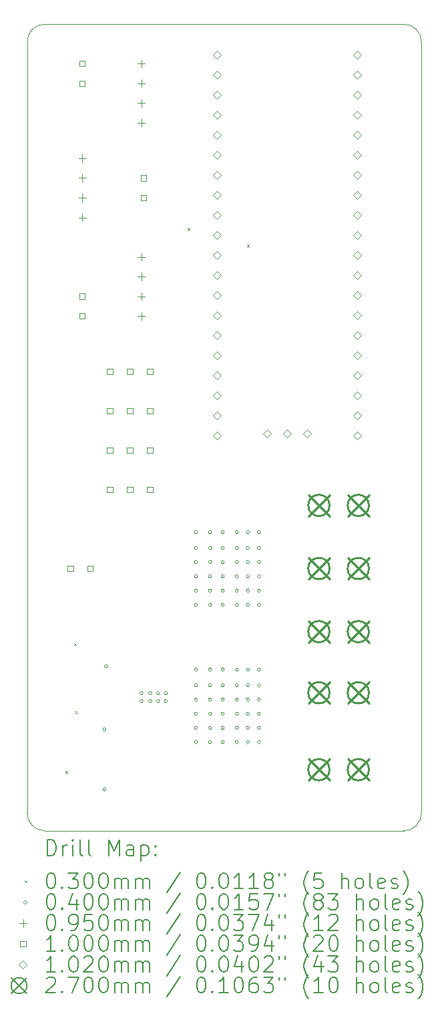
<source format=gbr>
%FSLAX45Y45*%
G04 Gerber Fmt 4.5, Leading zero omitted, Abs format (unit mm)*
G04 Created by KiCad (PCBNEW (6.0.0)) date 2022-01-02 23:15:30*
%MOMM*%
%LPD*%
G01*
G04 APERTURE LIST*
%TA.AperFunction,Profile*%
%ADD10C,0.050000*%
%TD*%
%ADD11C,0.200000*%
%ADD12C,0.030000*%
%ADD13C,0.040000*%
%ADD14C,0.095000*%
%ADD15C,0.100000*%
%ADD16C,0.102000*%
%ADD17C,0.270000*%
G04 APERTURE END LIST*
D10*
X6900000Y-6025000D02*
X6900000Y-15800000D01*
X11900000Y-15800000D02*
X11900000Y-6025000D01*
X7125000Y-5800000D02*
G75*
G03*
X6900000Y-6025000I0J-225000D01*
G01*
X7125000Y-16025000D02*
X11675000Y-16025000D01*
X11675000Y-16025000D02*
G75*
G03*
X11900000Y-15800000I0J225000D01*
G01*
X6900000Y-15800000D02*
G75*
G03*
X7125000Y-16025000I225000J0D01*
G01*
X11900000Y-6025000D02*
G75*
G03*
X11675000Y-5800000I-225000J0D01*
G01*
X11675000Y-5800000D02*
X7125000Y-5800000D01*
D11*
D12*
X7385000Y-15265000D02*
X7415000Y-15295000D01*
X7415000Y-15265000D02*
X7385000Y-15295000D01*
X7494950Y-13645000D02*
X7524950Y-13675000D01*
X7524950Y-13645000D02*
X7494950Y-13675000D01*
X7505000Y-14505000D02*
X7535000Y-14535000D01*
X7535000Y-14505000D02*
X7505000Y-14535000D01*
X8935000Y-8385000D02*
X8965000Y-8415000D01*
X8965000Y-8385000D02*
X8935000Y-8415000D01*
X9685000Y-8593000D02*
X9715000Y-8623000D01*
X9715000Y-8593000D02*
X9685000Y-8623000D01*
D13*
X7900000Y-14740000D02*
G75*
G03*
X7900000Y-14740000I-20000J0D01*
G01*
X7900000Y-15500000D02*
G75*
G03*
X7900000Y-15500000I-20000J0D01*
G01*
X7920000Y-13940000D02*
G75*
G03*
X7920000Y-13940000I-20000J0D01*
G01*
X8370000Y-14280000D02*
G75*
G03*
X8370000Y-14280000I-20000J0D01*
G01*
X8370000Y-14380000D02*
G75*
G03*
X8370000Y-14380000I-20000J0D01*
G01*
X8480000Y-14280000D02*
G75*
G03*
X8480000Y-14280000I-20000J0D01*
G01*
X8480000Y-14380000D02*
G75*
G03*
X8480000Y-14380000I-20000J0D01*
G01*
X8580000Y-14280000D02*
G75*
G03*
X8580000Y-14280000I-20000J0D01*
G01*
X8580000Y-14380000D02*
G75*
G03*
X8580000Y-14380000I-20000J0D01*
G01*
X8680000Y-14280000D02*
G75*
G03*
X8680000Y-14280000I-20000J0D01*
G01*
X8680000Y-14380000D02*
G75*
G03*
X8680000Y-14380000I-20000J0D01*
G01*
X9060000Y-12240000D02*
G75*
G03*
X9060000Y-12240000I-20000J0D01*
G01*
X9060000Y-12440000D02*
G75*
G03*
X9060000Y-12440000I-20000J0D01*
G01*
X9060000Y-12620000D02*
G75*
G03*
X9060000Y-12620000I-20000J0D01*
G01*
X9060000Y-12800000D02*
G75*
G03*
X9060000Y-12800000I-20000J0D01*
G01*
X9060000Y-12980000D02*
G75*
G03*
X9060000Y-12980000I-20000J0D01*
G01*
X9060000Y-13160000D02*
G75*
G03*
X9060000Y-13160000I-20000J0D01*
G01*
X9060000Y-13980000D02*
G75*
G03*
X9060000Y-13980000I-20000J0D01*
G01*
X9060000Y-14180000D02*
G75*
G03*
X9060000Y-14180000I-20000J0D01*
G01*
X9060000Y-14360000D02*
G75*
G03*
X9060000Y-14360000I-20000J0D01*
G01*
X9060000Y-14540000D02*
G75*
G03*
X9060000Y-14540000I-20000J0D01*
G01*
X9060000Y-14720000D02*
G75*
G03*
X9060000Y-14720000I-20000J0D01*
G01*
X9060000Y-14900000D02*
G75*
G03*
X9060000Y-14900000I-20000J0D01*
G01*
X9240000Y-12240000D02*
G75*
G03*
X9240000Y-12240000I-20000J0D01*
G01*
X9240000Y-12440000D02*
G75*
G03*
X9240000Y-12440000I-20000J0D01*
G01*
X9240000Y-12620000D02*
G75*
G03*
X9240000Y-12620000I-20000J0D01*
G01*
X9240000Y-12800000D02*
G75*
G03*
X9240000Y-12800000I-20000J0D01*
G01*
X9240000Y-12980000D02*
G75*
G03*
X9240000Y-12980000I-20000J0D01*
G01*
X9240000Y-13160000D02*
G75*
G03*
X9240000Y-13160000I-20000J0D01*
G01*
X9240000Y-13980000D02*
G75*
G03*
X9240000Y-13980000I-20000J0D01*
G01*
X9240000Y-14180000D02*
G75*
G03*
X9240000Y-14180000I-20000J0D01*
G01*
X9240000Y-14360000D02*
G75*
G03*
X9240000Y-14360000I-20000J0D01*
G01*
X9240000Y-14540000D02*
G75*
G03*
X9240000Y-14540000I-20000J0D01*
G01*
X9240000Y-14720000D02*
G75*
G03*
X9240000Y-14720000I-20000J0D01*
G01*
X9240000Y-14900000D02*
G75*
G03*
X9240000Y-14900000I-20000J0D01*
G01*
X9400000Y-12240000D02*
G75*
G03*
X9400000Y-12240000I-20000J0D01*
G01*
X9400000Y-12440000D02*
G75*
G03*
X9400000Y-12440000I-20000J0D01*
G01*
X9400000Y-12620000D02*
G75*
G03*
X9400000Y-12620000I-20000J0D01*
G01*
X9400000Y-12800000D02*
G75*
G03*
X9400000Y-12800000I-20000J0D01*
G01*
X9400000Y-12980000D02*
G75*
G03*
X9400000Y-12980000I-20000J0D01*
G01*
X9400000Y-13160000D02*
G75*
G03*
X9400000Y-13160000I-20000J0D01*
G01*
X9400000Y-13980000D02*
G75*
G03*
X9400000Y-13980000I-20000J0D01*
G01*
X9400000Y-14180000D02*
G75*
G03*
X9400000Y-14180000I-20000J0D01*
G01*
X9400000Y-14360000D02*
G75*
G03*
X9400000Y-14360000I-20000J0D01*
G01*
X9400000Y-14540000D02*
G75*
G03*
X9400000Y-14540000I-20000J0D01*
G01*
X9400000Y-14720000D02*
G75*
G03*
X9400000Y-14720000I-20000J0D01*
G01*
X9400000Y-14900000D02*
G75*
G03*
X9400000Y-14900000I-20000J0D01*
G01*
X9580000Y-12240000D02*
G75*
G03*
X9580000Y-12240000I-20000J0D01*
G01*
X9580000Y-12440000D02*
G75*
G03*
X9580000Y-12440000I-20000J0D01*
G01*
X9580000Y-12620000D02*
G75*
G03*
X9580000Y-12620000I-20000J0D01*
G01*
X9580000Y-12800000D02*
G75*
G03*
X9580000Y-12800000I-20000J0D01*
G01*
X9580000Y-12980000D02*
G75*
G03*
X9580000Y-12980000I-20000J0D01*
G01*
X9580000Y-13160000D02*
G75*
G03*
X9580000Y-13160000I-20000J0D01*
G01*
X9580000Y-13980000D02*
G75*
G03*
X9580000Y-13980000I-20000J0D01*
G01*
X9580000Y-14180000D02*
G75*
G03*
X9580000Y-14180000I-20000J0D01*
G01*
X9580000Y-14360000D02*
G75*
G03*
X9580000Y-14360000I-20000J0D01*
G01*
X9580000Y-14540000D02*
G75*
G03*
X9580000Y-14540000I-20000J0D01*
G01*
X9580000Y-14720000D02*
G75*
G03*
X9580000Y-14720000I-20000J0D01*
G01*
X9580000Y-14900000D02*
G75*
G03*
X9580000Y-14900000I-20000J0D01*
G01*
X9720000Y-12240000D02*
G75*
G03*
X9720000Y-12240000I-20000J0D01*
G01*
X9720000Y-12440000D02*
G75*
G03*
X9720000Y-12440000I-20000J0D01*
G01*
X9720000Y-12620000D02*
G75*
G03*
X9720000Y-12620000I-20000J0D01*
G01*
X9720000Y-12800000D02*
G75*
G03*
X9720000Y-12800000I-20000J0D01*
G01*
X9720000Y-12980000D02*
G75*
G03*
X9720000Y-12980000I-20000J0D01*
G01*
X9720000Y-13160000D02*
G75*
G03*
X9720000Y-13160000I-20000J0D01*
G01*
X9720000Y-13980000D02*
G75*
G03*
X9720000Y-13980000I-20000J0D01*
G01*
X9720000Y-14180000D02*
G75*
G03*
X9720000Y-14180000I-20000J0D01*
G01*
X9720000Y-14360000D02*
G75*
G03*
X9720000Y-14360000I-20000J0D01*
G01*
X9720000Y-14540000D02*
G75*
G03*
X9720000Y-14540000I-20000J0D01*
G01*
X9720000Y-14720000D02*
G75*
G03*
X9720000Y-14720000I-20000J0D01*
G01*
X9720000Y-14900000D02*
G75*
G03*
X9720000Y-14900000I-20000J0D01*
G01*
X9860000Y-12240000D02*
G75*
G03*
X9860000Y-12240000I-20000J0D01*
G01*
X9860000Y-12440000D02*
G75*
G03*
X9860000Y-12440000I-20000J0D01*
G01*
X9860000Y-12620000D02*
G75*
G03*
X9860000Y-12620000I-20000J0D01*
G01*
X9860000Y-12800000D02*
G75*
G03*
X9860000Y-12800000I-20000J0D01*
G01*
X9860000Y-12980000D02*
G75*
G03*
X9860000Y-12980000I-20000J0D01*
G01*
X9860000Y-13160000D02*
G75*
G03*
X9860000Y-13160000I-20000J0D01*
G01*
X9860000Y-13980000D02*
G75*
G03*
X9860000Y-13980000I-20000J0D01*
G01*
X9860000Y-14180000D02*
G75*
G03*
X9860000Y-14180000I-20000J0D01*
G01*
X9860000Y-14360000D02*
G75*
G03*
X9860000Y-14360000I-20000J0D01*
G01*
X9860000Y-14540000D02*
G75*
G03*
X9860000Y-14540000I-20000J0D01*
G01*
X9860000Y-14720000D02*
G75*
G03*
X9860000Y-14720000I-20000J0D01*
G01*
X9860000Y-14900000D02*
G75*
G03*
X9860000Y-14900000I-20000J0D01*
G01*
D14*
X7600000Y-7452500D02*
X7600000Y-7547500D01*
X7552500Y-7500000D02*
X7647500Y-7500000D01*
X7600000Y-7702500D02*
X7600000Y-7797500D01*
X7552500Y-7750000D02*
X7647500Y-7750000D01*
X7600000Y-7952500D02*
X7600000Y-8047500D01*
X7552500Y-8000000D02*
X7647500Y-8000000D01*
X7600000Y-8202500D02*
X7600000Y-8297500D01*
X7552500Y-8250000D02*
X7647500Y-8250000D01*
X8350000Y-6252500D02*
X8350000Y-6347500D01*
X8302500Y-6300000D02*
X8397500Y-6300000D01*
X8350000Y-6502500D02*
X8350000Y-6597500D01*
X8302500Y-6550000D02*
X8397500Y-6550000D01*
X8350000Y-6752500D02*
X8350000Y-6847500D01*
X8302500Y-6800000D02*
X8397500Y-6800000D01*
X8350000Y-7002500D02*
X8350000Y-7097500D01*
X8302500Y-7050000D02*
X8397500Y-7050000D01*
X8350000Y-8702500D02*
X8350000Y-8797500D01*
X8302500Y-8750000D02*
X8397500Y-8750000D01*
X8350000Y-8952500D02*
X8350000Y-9047500D01*
X8302500Y-9000000D02*
X8397500Y-9000000D01*
X8350000Y-9202500D02*
X8350000Y-9297500D01*
X8302500Y-9250000D02*
X8397500Y-9250000D01*
X8350000Y-9452500D02*
X8350000Y-9547500D01*
X8302500Y-9500000D02*
X8397500Y-9500000D01*
D15*
X7485356Y-12735356D02*
X7485356Y-12664644D01*
X7414644Y-12664644D01*
X7414644Y-12735356D01*
X7485356Y-12735356D01*
X7635356Y-6335356D02*
X7635356Y-6264644D01*
X7564644Y-6264644D01*
X7564644Y-6335356D01*
X7635356Y-6335356D01*
X7635356Y-6585356D02*
X7635356Y-6514644D01*
X7564644Y-6514644D01*
X7564644Y-6585356D01*
X7635356Y-6585356D01*
X7635356Y-9285356D02*
X7635356Y-9214644D01*
X7564644Y-9214644D01*
X7564644Y-9285356D01*
X7635356Y-9285356D01*
X7635356Y-9535356D02*
X7635356Y-9464644D01*
X7564644Y-9464644D01*
X7564644Y-9535356D01*
X7635356Y-9535356D01*
X7735356Y-12735356D02*
X7735356Y-12664644D01*
X7664644Y-12664644D01*
X7664644Y-12735356D01*
X7735356Y-12735356D01*
X7985356Y-10235356D02*
X7985356Y-10164644D01*
X7914644Y-10164644D01*
X7914644Y-10235356D01*
X7985356Y-10235356D01*
X7985356Y-10735356D02*
X7985356Y-10664644D01*
X7914644Y-10664644D01*
X7914644Y-10735356D01*
X7985356Y-10735356D01*
X7985356Y-11235356D02*
X7985356Y-11164644D01*
X7914644Y-11164644D01*
X7914644Y-11235356D01*
X7985356Y-11235356D01*
X7985356Y-11735356D02*
X7985356Y-11664644D01*
X7914644Y-11664644D01*
X7914644Y-11735356D01*
X7985356Y-11735356D01*
X8239356Y-10235356D02*
X8239356Y-10164644D01*
X8168644Y-10164644D01*
X8168644Y-10235356D01*
X8239356Y-10235356D01*
X8239356Y-10735356D02*
X8239356Y-10664644D01*
X8168644Y-10664644D01*
X8168644Y-10735356D01*
X8239356Y-10735356D01*
X8239356Y-11235356D02*
X8239356Y-11164644D01*
X8168644Y-11164644D01*
X8168644Y-11235356D01*
X8239356Y-11235356D01*
X8239356Y-11735356D02*
X8239356Y-11664644D01*
X8168644Y-11664644D01*
X8168644Y-11735356D01*
X8239356Y-11735356D01*
X8410356Y-7785356D02*
X8410356Y-7714644D01*
X8339644Y-7714644D01*
X8339644Y-7785356D01*
X8410356Y-7785356D01*
X8410356Y-8035356D02*
X8410356Y-7964644D01*
X8339644Y-7964644D01*
X8339644Y-8035356D01*
X8410356Y-8035356D01*
X8493356Y-10235356D02*
X8493356Y-10164644D01*
X8422644Y-10164644D01*
X8422644Y-10235356D01*
X8493356Y-10235356D01*
X8493356Y-10735356D02*
X8493356Y-10664644D01*
X8422644Y-10664644D01*
X8422644Y-10735356D01*
X8493356Y-10735356D01*
X8493356Y-11235356D02*
X8493356Y-11164644D01*
X8422644Y-11164644D01*
X8422644Y-11235356D01*
X8493356Y-11235356D01*
X8493356Y-11735356D02*
X8493356Y-11664644D01*
X8422644Y-11664644D01*
X8422644Y-11735356D01*
X8493356Y-11735356D01*
D16*
X9311000Y-6238000D02*
X9362000Y-6187000D01*
X9311000Y-6136000D01*
X9260000Y-6187000D01*
X9311000Y-6238000D01*
X9311000Y-6492000D02*
X9362000Y-6441000D01*
X9311000Y-6390000D01*
X9260000Y-6441000D01*
X9311000Y-6492000D01*
X9311000Y-6746000D02*
X9362000Y-6695000D01*
X9311000Y-6644000D01*
X9260000Y-6695000D01*
X9311000Y-6746000D01*
X9311000Y-7000000D02*
X9362000Y-6949000D01*
X9311000Y-6898000D01*
X9260000Y-6949000D01*
X9311000Y-7000000D01*
X9311000Y-7254000D02*
X9362000Y-7203000D01*
X9311000Y-7152000D01*
X9260000Y-7203000D01*
X9311000Y-7254000D01*
X9311000Y-7508000D02*
X9362000Y-7457000D01*
X9311000Y-7406000D01*
X9260000Y-7457000D01*
X9311000Y-7508000D01*
X9311000Y-7762000D02*
X9362000Y-7711000D01*
X9311000Y-7660000D01*
X9260000Y-7711000D01*
X9311000Y-7762000D01*
X9311000Y-8016000D02*
X9362000Y-7965000D01*
X9311000Y-7914000D01*
X9260000Y-7965000D01*
X9311000Y-8016000D01*
X9311000Y-8270000D02*
X9362000Y-8219000D01*
X9311000Y-8168000D01*
X9260000Y-8219000D01*
X9311000Y-8270000D01*
X9311000Y-8524000D02*
X9362000Y-8473000D01*
X9311000Y-8422000D01*
X9260000Y-8473000D01*
X9311000Y-8524000D01*
X9311000Y-8778000D02*
X9362000Y-8727000D01*
X9311000Y-8676000D01*
X9260000Y-8727000D01*
X9311000Y-8778000D01*
X9311000Y-9032000D02*
X9362000Y-8981000D01*
X9311000Y-8930000D01*
X9260000Y-8981000D01*
X9311000Y-9032000D01*
X9311000Y-9286000D02*
X9362000Y-9235000D01*
X9311000Y-9184000D01*
X9260000Y-9235000D01*
X9311000Y-9286000D01*
X9311000Y-9540000D02*
X9362000Y-9489000D01*
X9311000Y-9438000D01*
X9260000Y-9489000D01*
X9311000Y-9540000D01*
X9311000Y-9794000D02*
X9362000Y-9743000D01*
X9311000Y-9692000D01*
X9260000Y-9743000D01*
X9311000Y-9794000D01*
X9311000Y-10048000D02*
X9362000Y-9997000D01*
X9311000Y-9946000D01*
X9260000Y-9997000D01*
X9311000Y-10048000D01*
X9311000Y-10302000D02*
X9362000Y-10251000D01*
X9311000Y-10200000D01*
X9260000Y-10251000D01*
X9311000Y-10302000D01*
X9311000Y-10556000D02*
X9362000Y-10505000D01*
X9311000Y-10454000D01*
X9260000Y-10505000D01*
X9311000Y-10556000D01*
X9311000Y-10810000D02*
X9362000Y-10759000D01*
X9311000Y-10708000D01*
X9260000Y-10759000D01*
X9311000Y-10810000D01*
X9311000Y-11064000D02*
X9362000Y-11013000D01*
X9311000Y-10962000D01*
X9260000Y-11013000D01*
X9311000Y-11064000D01*
X9946000Y-11041000D02*
X9997000Y-10990000D01*
X9946000Y-10939000D01*
X9895000Y-10990000D01*
X9946000Y-11041000D01*
X10200000Y-11041000D02*
X10251000Y-10990000D01*
X10200000Y-10939000D01*
X10149000Y-10990000D01*
X10200000Y-11041000D01*
X10454000Y-11041000D02*
X10505000Y-10990000D01*
X10454000Y-10939000D01*
X10403000Y-10990000D01*
X10454000Y-11041000D01*
X11089000Y-6238000D02*
X11140000Y-6187000D01*
X11089000Y-6136000D01*
X11038000Y-6187000D01*
X11089000Y-6238000D01*
X11089000Y-6492000D02*
X11140000Y-6441000D01*
X11089000Y-6390000D01*
X11038000Y-6441000D01*
X11089000Y-6492000D01*
X11089000Y-6746000D02*
X11140000Y-6695000D01*
X11089000Y-6644000D01*
X11038000Y-6695000D01*
X11089000Y-6746000D01*
X11089000Y-7000000D02*
X11140000Y-6949000D01*
X11089000Y-6898000D01*
X11038000Y-6949000D01*
X11089000Y-7000000D01*
X11089000Y-7254000D02*
X11140000Y-7203000D01*
X11089000Y-7152000D01*
X11038000Y-7203000D01*
X11089000Y-7254000D01*
X11089000Y-7508000D02*
X11140000Y-7457000D01*
X11089000Y-7406000D01*
X11038000Y-7457000D01*
X11089000Y-7508000D01*
X11089000Y-7762000D02*
X11140000Y-7711000D01*
X11089000Y-7660000D01*
X11038000Y-7711000D01*
X11089000Y-7762000D01*
X11089000Y-8016000D02*
X11140000Y-7965000D01*
X11089000Y-7914000D01*
X11038000Y-7965000D01*
X11089000Y-8016000D01*
X11089000Y-8270000D02*
X11140000Y-8219000D01*
X11089000Y-8168000D01*
X11038000Y-8219000D01*
X11089000Y-8270000D01*
X11089000Y-8524000D02*
X11140000Y-8473000D01*
X11089000Y-8422000D01*
X11038000Y-8473000D01*
X11089000Y-8524000D01*
X11089000Y-8778000D02*
X11140000Y-8727000D01*
X11089000Y-8676000D01*
X11038000Y-8727000D01*
X11089000Y-8778000D01*
X11089000Y-9032000D02*
X11140000Y-8981000D01*
X11089000Y-8930000D01*
X11038000Y-8981000D01*
X11089000Y-9032000D01*
X11089000Y-9286000D02*
X11140000Y-9235000D01*
X11089000Y-9184000D01*
X11038000Y-9235000D01*
X11089000Y-9286000D01*
X11089000Y-9540000D02*
X11140000Y-9489000D01*
X11089000Y-9438000D01*
X11038000Y-9489000D01*
X11089000Y-9540000D01*
X11089000Y-9794000D02*
X11140000Y-9743000D01*
X11089000Y-9692000D01*
X11038000Y-9743000D01*
X11089000Y-9794000D01*
X11089000Y-10048000D02*
X11140000Y-9997000D01*
X11089000Y-9946000D01*
X11038000Y-9997000D01*
X11089000Y-10048000D01*
X11089000Y-10302000D02*
X11140000Y-10251000D01*
X11089000Y-10200000D01*
X11038000Y-10251000D01*
X11089000Y-10302000D01*
X11089000Y-10556000D02*
X11140000Y-10505000D01*
X11089000Y-10454000D01*
X11038000Y-10505000D01*
X11089000Y-10556000D01*
X11089000Y-10810000D02*
X11140000Y-10759000D01*
X11089000Y-10708000D01*
X11038000Y-10759000D01*
X11089000Y-10810000D01*
X11089000Y-11064000D02*
X11140000Y-11013000D01*
X11089000Y-10962000D01*
X11038000Y-11013000D01*
X11089000Y-11064000D01*
D17*
X10465000Y-11765000D02*
X10735000Y-12035000D01*
X10735000Y-11765000D02*
X10465000Y-12035000D01*
X10735000Y-11900000D02*
G75*
G03*
X10735000Y-11900000I-135000J0D01*
G01*
X10465000Y-12565000D02*
X10735000Y-12835000D01*
X10735000Y-12565000D02*
X10465000Y-12835000D01*
X10735000Y-12700000D02*
G75*
G03*
X10735000Y-12700000I-135000J0D01*
G01*
X10465000Y-13365000D02*
X10735000Y-13635000D01*
X10735000Y-13365000D02*
X10465000Y-13635000D01*
X10735000Y-13500000D02*
G75*
G03*
X10735000Y-13500000I-135000J0D01*
G01*
X10465000Y-14140000D02*
X10735000Y-14410000D01*
X10735000Y-14140000D02*
X10465000Y-14410000D01*
X10735000Y-14275000D02*
G75*
G03*
X10735000Y-14275000I-135000J0D01*
G01*
X10465000Y-15115000D02*
X10735000Y-15385000D01*
X10735000Y-15115000D02*
X10465000Y-15385000D01*
X10735000Y-15250000D02*
G75*
G03*
X10735000Y-15250000I-135000J0D01*
G01*
X10965000Y-11765000D02*
X11235000Y-12035000D01*
X11235000Y-11765000D02*
X10965000Y-12035000D01*
X11235000Y-11900000D02*
G75*
G03*
X11235000Y-11900000I-135000J0D01*
G01*
X10965000Y-12565000D02*
X11235000Y-12835000D01*
X11235000Y-12565000D02*
X10965000Y-12835000D01*
X11235000Y-12700000D02*
G75*
G03*
X11235000Y-12700000I-135000J0D01*
G01*
X10965000Y-13365000D02*
X11235000Y-13635000D01*
X11235000Y-13365000D02*
X10965000Y-13635000D01*
X11235000Y-13500000D02*
G75*
G03*
X11235000Y-13500000I-135000J0D01*
G01*
X10965000Y-14140000D02*
X11235000Y-14410000D01*
X11235000Y-14140000D02*
X10965000Y-14410000D01*
X11235000Y-14275000D02*
G75*
G03*
X11235000Y-14275000I-135000J0D01*
G01*
X10965000Y-15115000D02*
X11235000Y-15385000D01*
X11235000Y-15115000D02*
X10965000Y-15385000D01*
X11235000Y-15250000D02*
G75*
G03*
X11235000Y-15250000I-135000J0D01*
G01*
D11*
X7155119Y-16337976D02*
X7155119Y-16137976D01*
X7202738Y-16137976D01*
X7231309Y-16147500D01*
X7250357Y-16166548D01*
X7259881Y-16185595D01*
X7269405Y-16223690D01*
X7269405Y-16252262D01*
X7259881Y-16290357D01*
X7250357Y-16309405D01*
X7231309Y-16328452D01*
X7202738Y-16337976D01*
X7155119Y-16337976D01*
X7355119Y-16337976D02*
X7355119Y-16204643D01*
X7355119Y-16242738D02*
X7364643Y-16223690D01*
X7374167Y-16214167D01*
X7393214Y-16204643D01*
X7412262Y-16204643D01*
X7478928Y-16337976D02*
X7478928Y-16204643D01*
X7478928Y-16137976D02*
X7469405Y-16147500D01*
X7478928Y-16157024D01*
X7488452Y-16147500D01*
X7478928Y-16137976D01*
X7478928Y-16157024D01*
X7602738Y-16337976D02*
X7583690Y-16328452D01*
X7574167Y-16309405D01*
X7574167Y-16137976D01*
X7707500Y-16337976D02*
X7688452Y-16328452D01*
X7678928Y-16309405D01*
X7678928Y-16137976D01*
X7936071Y-16337976D02*
X7936071Y-16137976D01*
X8002738Y-16280833D01*
X8069405Y-16137976D01*
X8069405Y-16337976D01*
X8250357Y-16337976D02*
X8250357Y-16233214D01*
X8240833Y-16214167D01*
X8221786Y-16204643D01*
X8183690Y-16204643D01*
X8164643Y-16214167D01*
X8250357Y-16328452D02*
X8231309Y-16337976D01*
X8183690Y-16337976D01*
X8164643Y-16328452D01*
X8155119Y-16309405D01*
X8155119Y-16290357D01*
X8164643Y-16271309D01*
X8183690Y-16261786D01*
X8231309Y-16261786D01*
X8250357Y-16252262D01*
X8345595Y-16204643D02*
X8345595Y-16404643D01*
X8345595Y-16214167D02*
X8364643Y-16204643D01*
X8402738Y-16204643D01*
X8421786Y-16214167D01*
X8431310Y-16223690D01*
X8440833Y-16242738D01*
X8440833Y-16299881D01*
X8431310Y-16318928D01*
X8421786Y-16328452D01*
X8402738Y-16337976D01*
X8364643Y-16337976D01*
X8345595Y-16328452D01*
X8526548Y-16318928D02*
X8536071Y-16328452D01*
X8526548Y-16337976D01*
X8517024Y-16328452D01*
X8526548Y-16318928D01*
X8526548Y-16337976D01*
X8526548Y-16214167D02*
X8536071Y-16223690D01*
X8526548Y-16233214D01*
X8517024Y-16223690D01*
X8526548Y-16214167D01*
X8526548Y-16233214D01*
D12*
X6867500Y-16652500D02*
X6897500Y-16682500D01*
X6897500Y-16652500D02*
X6867500Y-16682500D01*
D11*
X7193214Y-16557976D02*
X7212262Y-16557976D01*
X7231309Y-16567500D01*
X7240833Y-16577024D01*
X7250357Y-16596071D01*
X7259881Y-16634167D01*
X7259881Y-16681786D01*
X7250357Y-16719881D01*
X7240833Y-16738928D01*
X7231309Y-16748452D01*
X7212262Y-16757976D01*
X7193214Y-16757976D01*
X7174167Y-16748452D01*
X7164643Y-16738928D01*
X7155119Y-16719881D01*
X7145595Y-16681786D01*
X7145595Y-16634167D01*
X7155119Y-16596071D01*
X7164643Y-16577024D01*
X7174167Y-16567500D01*
X7193214Y-16557976D01*
X7345595Y-16738928D02*
X7355119Y-16748452D01*
X7345595Y-16757976D01*
X7336071Y-16748452D01*
X7345595Y-16738928D01*
X7345595Y-16757976D01*
X7421786Y-16557976D02*
X7545595Y-16557976D01*
X7478928Y-16634167D01*
X7507500Y-16634167D01*
X7526548Y-16643690D01*
X7536071Y-16653214D01*
X7545595Y-16672262D01*
X7545595Y-16719881D01*
X7536071Y-16738928D01*
X7526548Y-16748452D01*
X7507500Y-16757976D01*
X7450357Y-16757976D01*
X7431309Y-16748452D01*
X7421786Y-16738928D01*
X7669405Y-16557976D02*
X7688452Y-16557976D01*
X7707500Y-16567500D01*
X7717024Y-16577024D01*
X7726548Y-16596071D01*
X7736071Y-16634167D01*
X7736071Y-16681786D01*
X7726548Y-16719881D01*
X7717024Y-16738928D01*
X7707500Y-16748452D01*
X7688452Y-16757976D01*
X7669405Y-16757976D01*
X7650357Y-16748452D01*
X7640833Y-16738928D01*
X7631309Y-16719881D01*
X7621786Y-16681786D01*
X7621786Y-16634167D01*
X7631309Y-16596071D01*
X7640833Y-16577024D01*
X7650357Y-16567500D01*
X7669405Y-16557976D01*
X7859881Y-16557976D02*
X7878928Y-16557976D01*
X7897976Y-16567500D01*
X7907500Y-16577024D01*
X7917024Y-16596071D01*
X7926548Y-16634167D01*
X7926548Y-16681786D01*
X7917024Y-16719881D01*
X7907500Y-16738928D01*
X7897976Y-16748452D01*
X7878928Y-16757976D01*
X7859881Y-16757976D01*
X7840833Y-16748452D01*
X7831309Y-16738928D01*
X7821786Y-16719881D01*
X7812262Y-16681786D01*
X7812262Y-16634167D01*
X7821786Y-16596071D01*
X7831309Y-16577024D01*
X7840833Y-16567500D01*
X7859881Y-16557976D01*
X8012262Y-16757976D02*
X8012262Y-16624643D01*
X8012262Y-16643690D02*
X8021786Y-16634167D01*
X8040833Y-16624643D01*
X8069405Y-16624643D01*
X8088452Y-16634167D01*
X8097976Y-16653214D01*
X8097976Y-16757976D01*
X8097976Y-16653214D02*
X8107500Y-16634167D01*
X8126548Y-16624643D01*
X8155119Y-16624643D01*
X8174167Y-16634167D01*
X8183690Y-16653214D01*
X8183690Y-16757976D01*
X8278928Y-16757976D02*
X8278928Y-16624643D01*
X8278928Y-16643690D02*
X8288452Y-16634167D01*
X8307500Y-16624643D01*
X8336071Y-16624643D01*
X8355119Y-16634167D01*
X8364643Y-16653214D01*
X8364643Y-16757976D01*
X8364643Y-16653214D02*
X8374167Y-16634167D01*
X8393214Y-16624643D01*
X8421786Y-16624643D01*
X8440833Y-16634167D01*
X8450357Y-16653214D01*
X8450357Y-16757976D01*
X8840833Y-16548452D02*
X8669405Y-16805595D01*
X9097976Y-16557976D02*
X9117024Y-16557976D01*
X9136071Y-16567500D01*
X9145595Y-16577024D01*
X9155119Y-16596071D01*
X9164643Y-16634167D01*
X9164643Y-16681786D01*
X9155119Y-16719881D01*
X9145595Y-16738928D01*
X9136071Y-16748452D01*
X9117024Y-16757976D01*
X9097976Y-16757976D01*
X9078929Y-16748452D01*
X9069405Y-16738928D01*
X9059881Y-16719881D01*
X9050357Y-16681786D01*
X9050357Y-16634167D01*
X9059881Y-16596071D01*
X9069405Y-16577024D01*
X9078929Y-16567500D01*
X9097976Y-16557976D01*
X9250357Y-16738928D02*
X9259881Y-16748452D01*
X9250357Y-16757976D01*
X9240833Y-16748452D01*
X9250357Y-16738928D01*
X9250357Y-16757976D01*
X9383690Y-16557976D02*
X9402738Y-16557976D01*
X9421786Y-16567500D01*
X9431310Y-16577024D01*
X9440833Y-16596071D01*
X9450357Y-16634167D01*
X9450357Y-16681786D01*
X9440833Y-16719881D01*
X9431310Y-16738928D01*
X9421786Y-16748452D01*
X9402738Y-16757976D01*
X9383690Y-16757976D01*
X9364643Y-16748452D01*
X9355119Y-16738928D01*
X9345595Y-16719881D01*
X9336071Y-16681786D01*
X9336071Y-16634167D01*
X9345595Y-16596071D01*
X9355119Y-16577024D01*
X9364643Y-16567500D01*
X9383690Y-16557976D01*
X9640833Y-16757976D02*
X9526548Y-16757976D01*
X9583690Y-16757976D02*
X9583690Y-16557976D01*
X9564643Y-16586548D01*
X9545595Y-16605595D01*
X9526548Y-16615119D01*
X9831310Y-16757976D02*
X9717024Y-16757976D01*
X9774167Y-16757976D02*
X9774167Y-16557976D01*
X9755119Y-16586548D01*
X9736071Y-16605595D01*
X9717024Y-16615119D01*
X9945595Y-16643690D02*
X9926548Y-16634167D01*
X9917024Y-16624643D01*
X9907500Y-16605595D01*
X9907500Y-16596071D01*
X9917024Y-16577024D01*
X9926548Y-16567500D01*
X9945595Y-16557976D01*
X9983690Y-16557976D01*
X10002738Y-16567500D01*
X10012262Y-16577024D01*
X10021786Y-16596071D01*
X10021786Y-16605595D01*
X10012262Y-16624643D01*
X10002738Y-16634167D01*
X9983690Y-16643690D01*
X9945595Y-16643690D01*
X9926548Y-16653214D01*
X9917024Y-16662738D01*
X9907500Y-16681786D01*
X9907500Y-16719881D01*
X9917024Y-16738928D01*
X9926548Y-16748452D01*
X9945595Y-16757976D01*
X9983690Y-16757976D01*
X10002738Y-16748452D01*
X10012262Y-16738928D01*
X10021786Y-16719881D01*
X10021786Y-16681786D01*
X10012262Y-16662738D01*
X10002738Y-16653214D01*
X9983690Y-16643690D01*
X10097976Y-16557976D02*
X10097976Y-16596071D01*
X10174167Y-16557976D02*
X10174167Y-16596071D01*
X10469405Y-16834167D02*
X10459881Y-16824643D01*
X10440833Y-16796071D01*
X10431310Y-16777024D01*
X10421786Y-16748452D01*
X10412262Y-16700833D01*
X10412262Y-16662738D01*
X10421786Y-16615119D01*
X10431310Y-16586548D01*
X10440833Y-16567500D01*
X10459881Y-16538928D01*
X10469405Y-16529405D01*
X10640833Y-16557976D02*
X10545595Y-16557976D01*
X10536071Y-16653214D01*
X10545595Y-16643690D01*
X10564643Y-16634167D01*
X10612262Y-16634167D01*
X10631310Y-16643690D01*
X10640833Y-16653214D01*
X10650357Y-16672262D01*
X10650357Y-16719881D01*
X10640833Y-16738928D01*
X10631310Y-16748452D01*
X10612262Y-16757976D01*
X10564643Y-16757976D01*
X10545595Y-16748452D01*
X10536071Y-16738928D01*
X10888452Y-16757976D02*
X10888452Y-16557976D01*
X10974167Y-16757976D02*
X10974167Y-16653214D01*
X10964643Y-16634167D01*
X10945595Y-16624643D01*
X10917024Y-16624643D01*
X10897976Y-16634167D01*
X10888452Y-16643690D01*
X11097976Y-16757976D02*
X11078929Y-16748452D01*
X11069405Y-16738928D01*
X11059881Y-16719881D01*
X11059881Y-16662738D01*
X11069405Y-16643690D01*
X11078929Y-16634167D01*
X11097976Y-16624643D01*
X11126548Y-16624643D01*
X11145595Y-16634167D01*
X11155119Y-16643690D01*
X11164643Y-16662738D01*
X11164643Y-16719881D01*
X11155119Y-16738928D01*
X11145595Y-16748452D01*
X11126548Y-16757976D01*
X11097976Y-16757976D01*
X11278928Y-16757976D02*
X11259881Y-16748452D01*
X11250357Y-16729405D01*
X11250357Y-16557976D01*
X11431309Y-16748452D02*
X11412262Y-16757976D01*
X11374167Y-16757976D01*
X11355119Y-16748452D01*
X11345595Y-16729405D01*
X11345595Y-16653214D01*
X11355119Y-16634167D01*
X11374167Y-16624643D01*
X11412262Y-16624643D01*
X11431309Y-16634167D01*
X11440833Y-16653214D01*
X11440833Y-16672262D01*
X11345595Y-16691309D01*
X11517024Y-16748452D02*
X11536071Y-16757976D01*
X11574167Y-16757976D01*
X11593214Y-16748452D01*
X11602738Y-16729405D01*
X11602738Y-16719881D01*
X11593214Y-16700833D01*
X11574167Y-16691309D01*
X11545595Y-16691309D01*
X11526548Y-16681786D01*
X11517024Y-16662738D01*
X11517024Y-16653214D01*
X11526548Y-16634167D01*
X11545595Y-16624643D01*
X11574167Y-16624643D01*
X11593214Y-16634167D01*
X11669405Y-16834167D02*
X11678928Y-16824643D01*
X11697976Y-16796071D01*
X11707500Y-16777024D01*
X11717024Y-16748452D01*
X11726548Y-16700833D01*
X11726548Y-16662738D01*
X11717024Y-16615119D01*
X11707500Y-16586548D01*
X11697976Y-16567500D01*
X11678928Y-16538928D01*
X11669405Y-16529405D01*
D13*
X6897500Y-16931500D02*
G75*
G03*
X6897500Y-16931500I-20000J0D01*
G01*
D11*
X7193214Y-16821976D02*
X7212262Y-16821976D01*
X7231309Y-16831500D01*
X7240833Y-16841024D01*
X7250357Y-16860071D01*
X7259881Y-16898167D01*
X7259881Y-16945786D01*
X7250357Y-16983881D01*
X7240833Y-17002929D01*
X7231309Y-17012452D01*
X7212262Y-17021976D01*
X7193214Y-17021976D01*
X7174167Y-17012452D01*
X7164643Y-17002929D01*
X7155119Y-16983881D01*
X7145595Y-16945786D01*
X7145595Y-16898167D01*
X7155119Y-16860071D01*
X7164643Y-16841024D01*
X7174167Y-16831500D01*
X7193214Y-16821976D01*
X7345595Y-17002929D02*
X7355119Y-17012452D01*
X7345595Y-17021976D01*
X7336071Y-17012452D01*
X7345595Y-17002929D01*
X7345595Y-17021976D01*
X7526548Y-16888643D02*
X7526548Y-17021976D01*
X7478928Y-16812452D02*
X7431309Y-16955310D01*
X7555119Y-16955310D01*
X7669405Y-16821976D02*
X7688452Y-16821976D01*
X7707500Y-16831500D01*
X7717024Y-16841024D01*
X7726548Y-16860071D01*
X7736071Y-16898167D01*
X7736071Y-16945786D01*
X7726548Y-16983881D01*
X7717024Y-17002929D01*
X7707500Y-17012452D01*
X7688452Y-17021976D01*
X7669405Y-17021976D01*
X7650357Y-17012452D01*
X7640833Y-17002929D01*
X7631309Y-16983881D01*
X7621786Y-16945786D01*
X7621786Y-16898167D01*
X7631309Y-16860071D01*
X7640833Y-16841024D01*
X7650357Y-16831500D01*
X7669405Y-16821976D01*
X7859881Y-16821976D02*
X7878928Y-16821976D01*
X7897976Y-16831500D01*
X7907500Y-16841024D01*
X7917024Y-16860071D01*
X7926548Y-16898167D01*
X7926548Y-16945786D01*
X7917024Y-16983881D01*
X7907500Y-17002929D01*
X7897976Y-17012452D01*
X7878928Y-17021976D01*
X7859881Y-17021976D01*
X7840833Y-17012452D01*
X7831309Y-17002929D01*
X7821786Y-16983881D01*
X7812262Y-16945786D01*
X7812262Y-16898167D01*
X7821786Y-16860071D01*
X7831309Y-16841024D01*
X7840833Y-16831500D01*
X7859881Y-16821976D01*
X8012262Y-17021976D02*
X8012262Y-16888643D01*
X8012262Y-16907690D02*
X8021786Y-16898167D01*
X8040833Y-16888643D01*
X8069405Y-16888643D01*
X8088452Y-16898167D01*
X8097976Y-16917214D01*
X8097976Y-17021976D01*
X8097976Y-16917214D02*
X8107500Y-16898167D01*
X8126548Y-16888643D01*
X8155119Y-16888643D01*
X8174167Y-16898167D01*
X8183690Y-16917214D01*
X8183690Y-17021976D01*
X8278928Y-17021976D02*
X8278928Y-16888643D01*
X8278928Y-16907690D02*
X8288452Y-16898167D01*
X8307500Y-16888643D01*
X8336071Y-16888643D01*
X8355119Y-16898167D01*
X8364643Y-16917214D01*
X8364643Y-17021976D01*
X8364643Y-16917214D02*
X8374167Y-16898167D01*
X8393214Y-16888643D01*
X8421786Y-16888643D01*
X8440833Y-16898167D01*
X8450357Y-16917214D01*
X8450357Y-17021976D01*
X8840833Y-16812452D02*
X8669405Y-17069595D01*
X9097976Y-16821976D02*
X9117024Y-16821976D01*
X9136071Y-16831500D01*
X9145595Y-16841024D01*
X9155119Y-16860071D01*
X9164643Y-16898167D01*
X9164643Y-16945786D01*
X9155119Y-16983881D01*
X9145595Y-17002929D01*
X9136071Y-17012452D01*
X9117024Y-17021976D01*
X9097976Y-17021976D01*
X9078929Y-17012452D01*
X9069405Y-17002929D01*
X9059881Y-16983881D01*
X9050357Y-16945786D01*
X9050357Y-16898167D01*
X9059881Y-16860071D01*
X9069405Y-16841024D01*
X9078929Y-16831500D01*
X9097976Y-16821976D01*
X9250357Y-17002929D02*
X9259881Y-17012452D01*
X9250357Y-17021976D01*
X9240833Y-17012452D01*
X9250357Y-17002929D01*
X9250357Y-17021976D01*
X9383690Y-16821976D02*
X9402738Y-16821976D01*
X9421786Y-16831500D01*
X9431310Y-16841024D01*
X9440833Y-16860071D01*
X9450357Y-16898167D01*
X9450357Y-16945786D01*
X9440833Y-16983881D01*
X9431310Y-17002929D01*
X9421786Y-17012452D01*
X9402738Y-17021976D01*
X9383690Y-17021976D01*
X9364643Y-17012452D01*
X9355119Y-17002929D01*
X9345595Y-16983881D01*
X9336071Y-16945786D01*
X9336071Y-16898167D01*
X9345595Y-16860071D01*
X9355119Y-16841024D01*
X9364643Y-16831500D01*
X9383690Y-16821976D01*
X9640833Y-17021976D02*
X9526548Y-17021976D01*
X9583690Y-17021976D02*
X9583690Y-16821976D01*
X9564643Y-16850548D01*
X9545595Y-16869595D01*
X9526548Y-16879119D01*
X9821786Y-16821976D02*
X9726548Y-16821976D01*
X9717024Y-16917214D01*
X9726548Y-16907690D01*
X9745595Y-16898167D01*
X9793214Y-16898167D01*
X9812262Y-16907690D01*
X9821786Y-16917214D01*
X9831310Y-16936262D01*
X9831310Y-16983881D01*
X9821786Y-17002929D01*
X9812262Y-17012452D01*
X9793214Y-17021976D01*
X9745595Y-17021976D01*
X9726548Y-17012452D01*
X9717024Y-17002929D01*
X9897976Y-16821976D02*
X10031310Y-16821976D01*
X9945595Y-17021976D01*
X10097976Y-16821976D02*
X10097976Y-16860071D01*
X10174167Y-16821976D02*
X10174167Y-16860071D01*
X10469405Y-17098167D02*
X10459881Y-17088643D01*
X10440833Y-17060071D01*
X10431310Y-17041024D01*
X10421786Y-17012452D01*
X10412262Y-16964833D01*
X10412262Y-16926738D01*
X10421786Y-16879119D01*
X10431310Y-16850548D01*
X10440833Y-16831500D01*
X10459881Y-16802929D01*
X10469405Y-16793405D01*
X10574167Y-16907690D02*
X10555119Y-16898167D01*
X10545595Y-16888643D01*
X10536071Y-16869595D01*
X10536071Y-16860071D01*
X10545595Y-16841024D01*
X10555119Y-16831500D01*
X10574167Y-16821976D01*
X10612262Y-16821976D01*
X10631310Y-16831500D01*
X10640833Y-16841024D01*
X10650357Y-16860071D01*
X10650357Y-16869595D01*
X10640833Y-16888643D01*
X10631310Y-16898167D01*
X10612262Y-16907690D01*
X10574167Y-16907690D01*
X10555119Y-16917214D01*
X10545595Y-16926738D01*
X10536071Y-16945786D01*
X10536071Y-16983881D01*
X10545595Y-17002929D01*
X10555119Y-17012452D01*
X10574167Y-17021976D01*
X10612262Y-17021976D01*
X10631310Y-17012452D01*
X10640833Y-17002929D01*
X10650357Y-16983881D01*
X10650357Y-16945786D01*
X10640833Y-16926738D01*
X10631310Y-16917214D01*
X10612262Y-16907690D01*
X10717024Y-16821976D02*
X10840833Y-16821976D01*
X10774167Y-16898167D01*
X10802738Y-16898167D01*
X10821786Y-16907690D01*
X10831310Y-16917214D01*
X10840833Y-16936262D01*
X10840833Y-16983881D01*
X10831310Y-17002929D01*
X10821786Y-17012452D01*
X10802738Y-17021976D01*
X10745595Y-17021976D01*
X10726548Y-17012452D01*
X10717024Y-17002929D01*
X11078929Y-17021976D02*
X11078929Y-16821976D01*
X11164643Y-17021976D02*
X11164643Y-16917214D01*
X11155119Y-16898167D01*
X11136071Y-16888643D01*
X11107500Y-16888643D01*
X11088452Y-16898167D01*
X11078929Y-16907690D01*
X11288452Y-17021976D02*
X11269405Y-17012452D01*
X11259881Y-17002929D01*
X11250357Y-16983881D01*
X11250357Y-16926738D01*
X11259881Y-16907690D01*
X11269405Y-16898167D01*
X11288452Y-16888643D01*
X11317024Y-16888643D01*
X11336071Y-16898167D01*
X11345595Y-16907690D01*
X11355119Y-16926738D01*
X11355119Y-16983881D01*
X11345595Y-17002929D01*
X11336071Y-17012452D01*
X11317024Y-17021976D01*
X11288452Y-17021976D01*
X11469405Y-17021976D02*
X11450357Y-17012452D01*
X11440833Y-16993405D01*
X11440833Y-16821976D01*
X11621786Y-17012452D02*
X11602738Y-17021976D01*
X11564643Y-17021976D01*
X11545595Y-17012452D01*
X11536071Y-16993405D01*
X11536071Y-16917214D01*
X11545595Y-16898167D01*
X11564643Y-16888643D01*
X11602738Y-16888643D01*
X11621786Y-16898167D01*
X11631309Y-16917214D01*
X11631309Y-16936262D01*
X11536071Y-16955310D01*
X11707500Y-17012452D02*
X11726548Y-17021976D01*
X11764643Y-17021976D01*
X11783690Y-17012452D01*
X11793214Y-16993405D01*
X11793214Y-16983881D01*
X11783690Y-16964833D01*
X11764643Y-16955310D01*
X11736071Y-16955310D01*
X11717024Y-16945786D01*
X11707500Y-16926738D01*
X11707500Y-16917214D01*
X11717024Y-16898167D01*
X11736071Y-16888643D01*
X11764643Y-16888643D01*
X11783690Y-16898167D01*
X11859881Y-17098167D02*
X11869405Y-17088643D01*
X11888452Y-17060071D01*
X11897976Y-17041024D01*
X11907500Y-17012452D01*
X11917024Y-16964833D01*
X11917024Y-16926738D01*
X11907500Y-16879119D01*
X11897976Y-16850548D01*
X11888452Y-16831500D01*
X11869405Y-16802929D01*
X11859881Y-16793405D01*
D14*
X6850000Y-17148000D02*
X6850000Y-17243000D01*
X6802500Y-17195500D02*
X6897500Y-17195500D01*
D11*
X7193214Y-17085976D02*
X7212262Y-17085976D01*
X7231309Y-17095500D01*
X7240833Y-17105024D01*
X7250357Y-17124071D01*
X7259881Y-17162167D01*
X7259881Y-17209786D01*
X7250357Y-17247881D01*
X7240833Y-17266929D01*
X7231309Y-17276452D01*
X7212262Y-17285976D01*
X7193214Y-17285976D01*
X7174167Y-17276452D01*
X7164643Y-17266929D01*
X7155119Y-17247881D01*
X7145595Y-17209786D01*
X7145595Y-17162167D01*
X7155119Y-17124071D01*
X7164643Y-17105024D01*
X7174167Y-17095500D01*
X7193214Y-17085976D01*
X7345595Y-17266929D02*
X7355119Y-17276452D01*
X7345595Y-17285976D01*
X7336071Y-17276452D01*
X7345595Y-17266929D01*
X7345595Y-17285976D01*
X7450357Y-17285976D02*
X7488452Y-17285976D01*
X7507500Y-17276452D01*
X7517024Y-17266929D01*
X7536071Y-17238357D01*
X7545595Y-17200262D01*
X7545595Y-17124071D01*
X7536071Y-17105024D01*
X7526548Y-17095500D01*
X7507500Y-17085976D01*
X7469405Y-17085976D01*
X7450357Y-17095500D01*
X7440833Y-17105024D01*
X7431309Y-17124071D01*
X7431309Y-17171690D01*
X7440833Y-17190738D01*
X7450357Y-17200262D01*
X7469405Y-17209786D01*
X7507500Y-17209786D01*
X7526548Y-17200262D01*
X7536071Y-17190738D01*
X7545595Y-17171690D01*
X7726548Y-17085976D02*
X7631309Y-17085976D01*
X7621786Y-17181214D01*
X7631309Y-17171690D01*
X7650357Y-17162167D01*
X7697976Y-17162167D01*
X7717024Y-17171690D01*
X7726548Y-17181214D01*
X7736071Y-17200262D01*
X7736071Y-17247881D01*
X7726548Y-17266929D01*
X7717024Y-17276452D01*
X7697976Y-17285976D01*
X7650357Y-17285976D01*
X7631309Y-17276452D01*
X7621786Y-17266929D01*
X7859881Y-17085976D02*
X7878928Y-17085976D01*
X7897976Y-17095500D01*
X7907500Y-17105024D01*
X7917024Y-17124071D01*
X7926548Y-17162167D01*
X7926548Y-17209786D01*
X7917024Y-17247881D01*
X7907500Y-17266929D01*
X7897976Y-17276452D01*
X7878928Y-17285976D01*
X7859881Y-17285976D01*
X7840833Y-17276452D01*
X7831309Y-17266929D01*
X7821786Y-17247881D01*
X7812262Y-17209786D01*
X7812262Y-17162167D01*
X7821786Y-17124071D01*
X7831309Y-17105024D01*
X7840833Y-17095500D01*
X7859881Y-17085976D01*
X8012262Y-17285976D02*
X8012262Y-17152643D01*
X8012262Y-17171690D02*
X8021786Y-17162167D01*
X8040833Y-17152643D01*
X8069405Y-17152643D01*
X8088452Y-17162167D01*
X8097976Y-17181214D01*
X8097976Y-17285976D01*
X8097976Y-17181214D02*
X8107500Y-17162167D01*
X8126548Y-17152643D01*
X8155119Y-17152643D01*
X8174167Y-17162167D01*
X8183690Y-17181214D01*
X8183690Y-17285976D01*
X8278928Y-17285976D02*
X8278928Y-17152643D01*
X8278928Y-17171690D02*
X8288452Y-17162167D01*
X8307500Y-17152643D01*
X8336071Y-17152643D01*
X8355119Y-17162167D01*
X8364643Y-17181214D01*
X8364643Y-17285976D01*
X8364643Y-17181214D02*
X8374167Y-17162167D01*
X8393214Y-17152643D01*
X8421786Y-17152643D01*
X8440833Y-17162167D01*
X8450357Y-17181214D01*
X8450357Y-17285976D01*
X8840833Y-17076452D02*
X8669405Y-17333595D01*
X9097976Y-17085976D02*
X9117024Y-17085976D01*
X9136071Y-17095500D01*
X9145595Y-17105024D01*
X9155119Y-17124071D01*
X9164643Y-17162167D01*
X9164643Y-17209786D01*
X9155119Y-17247881D01*
X9145595Y-17266929D01*
X9136071Y-17276452D01*
X9117024Y-17285976D01*
X9097976Y-17285976D01*
X9078929Y-17276452D01*
X9069405Y-17266929D01*
X9059881Y-17247881D01*
X9050357Y-17209786D01*
X9050357Y-17162167D01*
X9059881Y-17124071D01*
X9069405Y-17105024D01*
X9078929Y-17095500D01*
X9097976Y-17085976D01*
X9250357Y-17266929D02*
X9259881Y-17276452D01*
X9250357Y-17285976D01*
X9240833Y-17276452D01*
X9250357Y-17266929D01*
X9250357Y-17285976D01*
X9383690Y-17085976D02*
X9402738Y-17085976D01*
X9421786Y-17095500D01*
X9431310Y-17105024D01*
X9440833Y-17124071D01*
X9450357Y-17162167D01*
X9450357Y-17209786D01*
X9440833Y-17247881D01*
X9431310Y-17266929D01*
X9421786Y-17276452D01*
X9402738Y-17285976D01*
X9383690Y-17285976D01*
X9364643Y-17276452D01*
X9355119Y-17266929D01*
X9345595Y-17247881D01*
X9336071Y-17209786D01*
X9336071Y-17162167D01*
X9345595Y-17124071D01*
X9355119Y-17105024D01*
X9364643Y-17095500D01*
X9383690Y-17085976D01*
X9517024Y-17085976D02*
X9640833Y-17085976D01*
X9574167Y-17162167D01*
X9602738Y-17162167D01*
X9621786Y-17171690D01*
X9631310Y-17181214D01*
X9640833Y-17200262D01*
X9640833Y-17247881D01*
X9631310Y-17266929D01*
X9621786Y-17276452D01*
X9602738Y-17285976D01*
X9545595Y-17285976D01*
X9526548Y-17276452D01*
X9517024Y-17266929D01*
X9707500Y-17085976D02*
X9840833Y-17085976D01*
X9755119Y-17285976D01*
X10002738Y-17152643D02*
X10002738Y-17285976D01*
X9955119Y-17076452D02*
X9907500Y-17219310D01*
X10031310Y-17219310D01*
X10097976Y-17085976D02*
X10097976Y-17124071D01*
X10174167Y-17085976D02*
X10174167Y-17124071D01*
X10469405Y-17362167D02*
X10459881Y-17352643D01*
X10440833Y-17324071D01*
X10431310Y-17305024D01*
X10421786Y-17276452D01*
X10412262Y-17228833D01*
X10412262Y-17190738D01*
X10421786Y-17143119D01*
X10431310Y-17114548D01*
X10440833Y-17095500D01*
X10459881Y-17066929D01*
X10469405Y-17057405D01*
X10650357Y-17285976D02*
X10536071Y-17285976D01*
X10593214Y-17285976D02*
X10593214Y-17085976D01*
X10574167Y-17114548D01*
X10555119Y-17133595D01*
X10536071Y-17143119D01*
X10726548Y-17105024D02*
X10736071Y-17095500D01*
X10755119Y-17085976D01*
X10802738Y-17085976D01*
X10821786Y-17095500D01*
X10831310Y-17105024D01*
X10840833Y-17124071D01*
X10840833Y-17143119D01*
X10831310Y-17171690D01*
X10717024Y-17285976D01*
X10840833Y-17285976D01*
X11078929Y-17285976D02*
X11078929Y-17085976D01*
X11164643Y-17285976D02*
X11164643Y-17181214D01*
X11155119Y-17162167D01*
X11136071Y-17152643D01*
X11107500Y-17152643D01*
X11088452Y-17162167D01*
X11078929Y-17171690D01*
X11288452Y-17285976D02*
X11269405Y-17276452D01*
X11259881Y-17266929D01*
X11250357Y-17247881D01*
X11250357Y-17190738D01*
X11259881Y-17171690D01*
X11269405Y-17162167D01*
X11288452Y-17152643D01*
X11317024Y-17152643D01*
X11336071Y-17162167D01*
X11345595Y-17171690D01*
X11355119Y-17190738D01*
X11355119Y-17247881D01*
X11345595Y-17266929D01*
X11336071Y-17276452D01*
X11317024Y-17285976D01*
X11288452Y-17285976D01*
X11469405Y-17285976D02*
X11450357Y-17276452D01*
X11440833Y-17257405D01*
X11440833Y-17085976D01*
X11621786Y-17276452D02*
X11602738Y-17285976D01*
X11564643Y-17285976D01*
X11545595Y-17276452D01*
X11536071Y-17257405D01*
X11536071Y-17181214D01*
X11545595Y-17162167D01*
X11564643Y-17152643D01*
X11602738Y-17152643D01*
X11621786Y-17162167D01*
X11631309Y-17181214D01*
X11631309Y-17200262D01*
X11536071Y-17219310D01*
X11707500Y-17276452D02*
X11726548Y-17285976D01*
X11764643Y-17285976D01*
X11783690Y-17276452D01*
X11793214Y-17257405D01*
X11793214Y-17247881D01*
X11783690Y-17228833D01*
X11764643Y-17219310D01*
X11736071Y-17219310D01*
X11717024Y-17209786D01*
X11707500Y-17190738D01*
X11707500Y-17181214D01*
X11717024Y-17162167D01*
X11736071Y-17152643D01*
X11764643Y-17152643D01*
X11783690Y-17162167D01*
X11859881Y-17362167D02*
X11869405Y-17352643D01*
X11888452Y-17324071D01*
X11897976Y-17305024D01*
X11907500Y-17276452D01*
X11917024Y-17228833D01*
X11917024Y-17190738D01*
X11907500Y-17143119D01*
X11897976Y-17114548D01*
X11888452Y-17095500D01*
X11869405Y-17066929D01*
X11859881Y-17057405D01*
D15*
X6882856Y-17494856D02*
X6882856Y-17424144D01*
X6812144Y-17424144D01*
X6812144Y-17494856D01*
X6882856Y-17494856D01*
D11*
X7259881Y-17549976D02*
X7145595Y-17549976D01*
X7202738Y-17549976D02*
X7202738Y-17349976D01*
X7183690Y-17378548D01*
X7164643Y-17397595D01*
X7145595Y-17407119D01*
X7345595Y-17530929D02*
X7355119Y-17540452D01*
X7345595Y-17549976D01*
X7336071Y-17540452D01*
X7345595Y-17530929D01*
X7345595Y-17549976D01*
X7478928Y-17349976D02*
X7497976Y-17349976D01*
X7517024Y-17359500D01*
X7526548Y-17369024D01*
X7536071Y-17388071D01*
X7545595Y-17426167D01*
X7545595Y-17473786D01*
X7536071Y-17511881D01*
X7526548Y-17530929D01*
X7517024Y-17540452D01*
X7497976Y-17549976D01*
X7478928Y-17549976D01*
X7459881Y-17540452D01*
X7450357Y-17530929D01*
X7440833Y-17511881D01*
X7431309Y-17473786D01*
X7431309Y-17426167D01*
X7440833Y-17388071D01*
X7450357Y-17369024D01*
X7459881Y-17359500D01*
X7478928Y-17349976D01*
X7669405Y-17349976D02*
X7688452Y-17349976D01*
X7707500Y-17359500D01*
X7717024Y-17369024D01*
X7726548Y-17388071D01*
X7736071Y-17426167D01*
X7736071Y-17473786D01*
X7726548Y-17511881D01*
X7717024Y-17530929D01*
X7707500Y-17540452D01*
X7688452Y-17549976D01*
X7669405Y-17549976D01*
X7650357Y-17540452D01*
X7640833Y-17530929D01*
X7631309Y-17511881D01*
X7621786Y-17473786D01*
X7621786Y-17426167D01*
X7631309Y-17388071D01*
X7640833Y-17369024D01*
X7650357Y-17359500D01*
X7669405Y-17349976D01*
X7859881Y-17349976D02*
X7878928Y-17349976D01*
X7897976Y-17359500D01*
X7907500Y-17369024D01*
X7917024Y-17388071D01*
X7926548Y-17426167D01*
X7926548Y-17473786D01*
X7917024Y-17511881D01*
X7907500Y-17530929D01*
X7897976Y-17540452D01*
X7878928Y-17549976D01*
X7859881Y-17549976D01*
X7840833Y-17540452D01*
X7831309Y-17530929D01*
X7821786Y-17511881D01*
X7812262Y-17473786D01*
X7812262Y-17426167D01*
X7821786Y-17388071D01*
X7831309Y-17369024D01*
X7840833Y-17359500D01*
X7859881Y-17349976D01*
X8012262Y-17549976D02*
X8012262Y-17416643D01*
X8012262Y-17435690D02*
X8021786Y-17426167D01*
X8040833Y-17416643D01*
X8069405Y-17416643D01*
X8088452Y-17426167D01*
X8097976Y-17445214D01*
X8097976Y-17549976D01*
X8097976Y-17445214D02*
X8107500Y-17426167D01*
X8126548Y-17416643D01*
X8155119Y-17416643D01*
X8174167Y-17426167D01*
X8183690Y-17445214D01*
X8183690Y-17549976D01*
X8278928Y-17549976D02*
X8278928Y-17416643D01*
X8278928Y-17435690D02*
X8288452Y-17426167D01*
X8307500Y-17416643D01*
X8336071Y-17416643D01*
X8355119Y-17426167D01*
X8364643Y-17445214D01*
X8364643Y-17549976D01*
X8364643Y-17445214D02*
X8374167Y-17426167D01*
X8393214Y-17416643D01*
X8421786Y-17416643D01*
X8440833Y-17426167D01*
X8450357Y-17445214D01*
X8450357Y-17549976D01*
X8840833Y-17340452D02*
X8669405Y-17597595D01*
X9097976Y-17349976D02*
X9117024Y-17349976D01*
X9136071Y-17359500D01*
X9145595Y-17369024D01*
X9155119Y-17388071D01*
X9164643Y-17426167D01*
X9164643Y-17473786D01*
X9155119Y-17511881D01*
X9145595Y-17530929D01*
X9136071Y-17540452D01*
X9117024Y-17549976D01*
X9097976Y-17549976D01*
X9078929Y-17540452D01*
X9069405Y-17530929D01*
X9059881Y-17511881D01*
X9050357Y-17473786D01*
X9050357Y-17426167D01*
X9059881Y-17388071D01*
X9069405Y-17369024D01*
X9078929Y-17359500D01*
X9097976Y-17349976D01*
X9250357Y-17530929D02*
X9259881Y-17540452D01*
X9250357Y-17549976D01*
X9240833Y-17540452D01*
X9250357Y-17530929D01*
X9250357Y-17549976D01*
X9383690Y-17349976D02*
X9402738Y-17349976D01*
X9421786Y-17359500D01*
X9431310Y-17369024D01*
X9440833Y-17388071D01*
X9450357Y-17426167D01*
X9450357Y-17473786D01*
X9440833Y-17511881D01*
X9431310Y-17530929D01*
X9421786Y-17540452D01*
X9402738Y-17549976D01*
X9383690Y-17549976D01*
X9364643Y-17540452D01*
X9355119Y-17530929D01*
X9345595Y-17511881D01*
X9336071Y-17473786D01*
X9336071Y-17426167D01*
X9345595Y-17388071D01*
X9355119Y-17369024D01*
X9364643Y-17359500D01*
X9383690Y-17349976D01*
X9517024Y-17349976D02*
X9640833Y-17349976D01*
X9574167Y-17426167D01*
X9602738Y-17426167D01*
X9621786Y-17435690D01*
X9631310Y-17445214D01*
X9640833Y-17464262D01*
X9640833Y-17511881D01*
X9631310Y-17530929D01*
X9621786Y-17540452D01*
X9602738Y-17549976D01*
X9545595Y-17549976D01*
X9526548Y-17540452D01*
X9517024Y-17530929D01*
X9736071Y-17549976D02*
X9774167Y-17549976D01*
X9793214Y-17540452D01*
X9802738Y-17530929D01*
X9821786Y-17502357D01*
X9831310Y-17464262D01*
X9831310Y-17388071D01*
X9821786Y-17369024D01*
X9812262Y-17359500D01*
X9793214Y-17349976D01*
X9755119Y-17349976D01*
X9736071Y-17359500D01*
X9726548Y-17369024D01*
X9717024Y-17388071D01*
X9717024Y-17435690D01*
X9726548Y-17454738D01*
X9736071Y-17464262D01*
X9755119Y-17473786D01*
X9793214Y-17473786D01*
X9812262Y-17464262D01*
X9821786Y-17454738D01*
X9831310Y-17435690D01*
X10002738Y-17416643D02*
X10002738Y-17549976D01*
X9955119Y-17340452D02*
X9907500Y-17483310D01*
X10031310Y-17483310D01*
X10097976Y-17349976D02*
X10097976Y-17388071D01*
X10174167Y-17349976D02*
X10174167Y-17388071D01*
X10469405Y-17626167D02*
X10459881Y-17616643D01*
X10440833Y-17588071D01*
X10431310Y-17569024D01*
X10421786Y-17540452D01*
X10412262Y-17492833D01*
X10412262Y-17454738D01*
X10421786Y-17407119D01*
X10431310Y-17378548D01*
X10440833Y-17359500D01*
X10459881Y-17330929D01*
X10469405Y-17321405D01*
X10536071Y-17369024D02*
X10545595Y-17359500D01*
X10564643Y-17349976D01*
X10612262Y-17349976D01*
X10631310Y-17359500D01*
X10640833Y-17369024D01*
X10650357Y-17388071D01*
X10650357Y-17407119D01*
X10640833Y-17435690D01*
X10526548Y-17549976D01*
X10650357Y-17549976D01*
X10774167Y-17349976D02*
X10793214Y-17349976D01*
X10812262Y-17359500D01*
X10821786Y-17369024D01*
X10831310Y-17388071D01*
X10840833Y-17426167D01*
X10840833Y-17473786D01*
X10831310Y-17511881D01*
X10821786Y-17530929D01*
X10812262Y-17540452D01*
X10793214Y-17549976D01*
X10774167Y-17549976D01*
X10755119Y-17540452D01*
X10745595Y-17530929D01*
X10736071Y-17511881D01*
X10726548Y-17473786D01*
X10726548Y-17426167D01*
X10736071Y-17388071D01*
X10745595Y-17369024D01*
X10755119Y-17359500D01*
X10774167Y-17349976D01*
X11078929Y-17549976D02*
X11078929Y-17349976D01*
X11164643Y-17549976D02*
X11164643Y-17445214D01*
X11155119Y-17426167D01*
X11136071Y-17416643D01*
X11107500Y-17416643D01*
X11088452Y-17426167D01*
X11078929Y-17435690D01*
X11288452Y-17549976D02*
X11269405Y-17540452D01*
X11259881Y-17530929D01*
X11250357Y-17511881D01*
X11250357Y-17454738D01*
X11259881Y-17435690D01*
X11269405Y-17426167D01*
X11288452Y-17416643D01*
X11317024Y-17416643D01*
X11336071Y-17426167D01*
X11345595Y-17435690D01*
X11355119Y-17454738D01*
X11355119Y-17511881D01*
X11345595Y-17530929D01*
X11336071Y-17540452D01*
X11317024Y-17549976D01*
X11288452Y-17549976D01*
X11469405Y-17549976D02*
X11450357Y-17540452D01*
X11440833Y-17521405D01*
X11440833Y-17349976D01*
X11621786Y-17540452D02*
X11602738Y-17549976D01*
X11564643Y-17549976D01*
X11545595Y-17540452D01*
X11536071Y-17521405D01*
X11536071Y-17445214D01*
X11545595Y-17426167D01*
X11564643Y-17416643D01*
X11602738Y-17416643D01*
X11621786Y-17426167D01*
X11631309Y-17445214D01*
X11631309Y-17464262D01*
X11536071Y-17483310D01*
X11707500Y-17540452D02*
X11726548Y-17549976D01*
X11764643Y-17549976D01*
X11783690Y-17540452D01*
X11793214Y-17521405D01*
X11793214Y-17511881D01*
X11783690Y-17492833D01*
X11764643Y-17483310D01*
X11736071Y-17483310D01*
X11717024Y-17473786D01*
X11707500Y-17454738D01*
X11707500Y-17445214D01*
X11717024Y-17426167D01*
X11736071Y-17416643D01*
X11764643Y-17416643D01*
X11783690Y-17426167D01*
X11859881Y-17626167D02*
X11869405Y-17616643D01*
X11888452Y-17588071D01*
X11897976Y-17569024D01*
X11907500Y-17540452D01*
X11917024Y-17492833D01*
X11917024Y-17454738D01*
X11907500Y-17407119D01*
X11897976Y-17378548D01*
X11888452Y-17359500D01*
X11869405Y-17330929D01*
X11859881Y-17321405D01*
D16*
X6846500Y-17774500D02*
X6897500Y-17723500D01*
X6846500Y-17672500D01*
X6795500Y-17723500D01*
X6846500Y-17774500D01*
D11*
X7259881Y-17813976D02*
X7145595Y-17813976D01*
X7202738Y-17813976D02*
X7202738Y-17613976D01*
X7183690Y-17642548D01*
X7164643Y-17661595D01*
X7145595Y-17671119D01*
X7345595Y-17794929D02*
X7355119Y-17804452D01*
X7345595Y-17813976D01*
X7336071Y-17804452D01*
X7345595Y-17794929D01*
X7345595Y-17813976D01*
X7478928Y-17613976D02*
X7497976Y-17613976D01*
X7517024Y-17623500D01*
X7526548Y-17633024D01*
X7536071Y-17652071D01*
X7545595Y-17690167D01*
X7545595Y-17737786D01*
X7536071Y-17775881D01*
X7526548Y-17794929D01*
X7517024Y-17804452D01*
X7497976Y-17813976D01*
X7478928Y-17813976D01*
X7459881Y-17804452D01*
X7450357Y-17794929D01*
X7440833Y-17775881D01*
X7431309Y-17737786D01*
X7431309Y-17690167D01*
X7440833Y-17652071D01*
X7450357Y-17633024D01*
X7459881Y-17623500D01*
X7478928Y-17613976D01*
X7621786Y-17633024D02*
X7631309Y-17623500D01*
X7650357Y-17613976D01*
X7697976Y-17613976D01*
X7717024Y-17623500D01*
X7726548Y-17633024D01*
X7736071Y-17652071D01*
X7736071Y-17671119D01*
X7726548Y-17699690D01*
X7612262Y-17813976D01*
X7736071Y-17813976D01*
X7859881Y-17613976D02*
X7878928Y-17613976D01*
X7897976Y-17623500D01*
X7907500Y-17633024D01*
X7917024Y-17652071D01*
X7926548Y-17690167D01*
X7926548Y-17737786D01*
X7917024Y-17775881D01*
X7907500Y-17794929D01*
X7897976Y-17804452D01*
X7878928Y-17813976D01*
X7859881Y-17813976D01*
X7840833Y-17804452D01*
X7831309Y-17794929D01*
X7821786Y-17775881D01*
X7812262Y-17737786D01*
X7812262Y-17690167D01*
X7821786Y-17652071D01*
X7831309Y-17633024D01*
X7840833Y-17623500D01*
X7859881Y-17613976D01*
X8012262Y-17813976D02*
X8012262Y-17680643D01*
X8012262Y-17699690D02*
X8021786Y-17690167D01*
X8040833Y-17680643D01*
X8069405Y-17680643D01*
X8088452Y-17690167D01*
X8097976Y-17709214D01*
X8097976Y-17813976D01*
X8097976Y-17709214D02*
X8107500Y-17690167D01*
X8126548Y-17680643D01*
X8155119Y-17680643D01*
X8174167Y-17690167D01*
X8183690Y-17709214D01*
X8183690Y-17813976D01*
X8278928Y-17813976D02*
X8278928Y-17680643D01*
X8278928Y-17699690D02*
X8288452Y-17690167D01*
X8307500Y-17680643D01*
X8336071Y-17680643D01*
X8355119Y-17690167D01*
X8364643Y-17709214D01*
X8364643Y-17813976D01*
X8364643Y-17709214D02*
X8374167Y-17690167D01*
X8393214Y-17680643D01*
X8421786Y-17680643D01*
X8440833Y-17690167D01*
X8450357Y-17709214D01*
X8450357Y-17813976D01*
X8840833Y-17604452D02*
X8669405Y-17861595D01*
X9097976Y-17613976D02*
X9117024Y-17613976D01*
X9136071Y-17623500D01*
X9145595Y-17633024D01*
X9155119Y-17652071D01*
X9164643Y-17690167D01*
X9164643Y-17737786D01*
X9155119Y-17775881D01*
X9145595Y-17794929D01*
X9136071Y-17804452D01*
X9117024Y-17813976D01*
X9097976Y-17813976D01*
X9078929Y-17804452D01*
X9069405Y-17794929D01*
X9059881Y-17775881D01*
X9050357Y-17737786D01*
X9050357Y-17690167D01*
X9059881Y-17652071D01*
X9069405Y-17633024D01*
X9078929Y-17623500D01*
X9097976Y-17613976D01*
X9250357Y-17794929D02*
X9259881Y-17804452D01*
X9250357Y-17813976D01*
X9240833Y-17804452D01*
X9250357Y-17794929D01*
X9250357Y-17813976D01*
X9383690Y-17613976D02*
X9402738Y-17613976D01*
X9421786Y-17623500D01*
X9431310Y-17633024D01*
X9440833Y-17652071D01*
X9450357Y-17690167D01*
X9450357Y-17737786D01*
X9440833Y-17775881D01*
X9431310Y-17794929D01*
X9421786Y-17804452D01*
X9402738Y-17813976D01*
X9383690Y-17813976D01*
X9364643Y-17804452D01*
X9355119Y-17794929D01*
X9345595Y-17775881D01*
X9336071Y-17737786D01*
X9336071Y-17690167D01*
X9345595Y-17652071D01*
X9355119Y-17633024D01*
X9364643Y-17623500D01*
X9383690Y-17613976D01*
X9621786Y-17680643D02*
X9621786Y-17813976D01*
X9574167Y-17604452D02*
X9526548Y-17747310D01*
X9650357Y-17747310D01*
X9764643Y-17613976D02*
X9783690Y-17613976D01*
X9802738Y-17623500D01*
X9812262Y-17633024D01*
X9821786Y-17652071D01*
X9831310Y-17690167D01*
X9831310Y-17737786D01*
X9821786Y-17775881D01*
X9812262Y-17794929D01*
X9802738Y-17804452D01*
X9783690Y-17813976D01*
X9764643Y-17813976D01*
X9745595Y-17804452D01*
X9736071Y-17794929D01*
X9726548Y-17775881D01*
X9717024Y-17737786D01*
X9717024Y-17690167D01*
X9726548Y-17652071D01*
X9736071Y-17633024D01*
X9745595Y-17623500D01*
X9764643Y-17613976D01*
X9907500Y-17633024D02*
X9917024Y-17623500D01*
X9936071Y-17613976D01*
X9983690Y-17613976D01*
X10002738Y-17623500D01*
X10012262Y-17633024D01*
X10021786Y-17652071D01*
X10021786Y-17671119D01*
X10012262Y-17699690D01*
X9897976Y-17813976D01*
X10021786Y-17813976D01*
X10097976Y-17613976D02*
X10097976Y-17652071D01*
X10174167Y-17613976D02*
X10174167Y-17652071D01*
X10469405Y-17890167D02*
X10459881Y-17880643D01*
X10440833Y-17852071D01*
X10431310Y-17833024D01*
X10421786Y-17804452D01*
X10412262Y-17756833D01*
X10412262Y-17718738D01*
X10421786Y-17671119D01*
X10431310Y-17642548D01*
X10440833Y-17623500D01*
X10459881Y-17594929D01*
X10469405Y-17585405D01*
X10631310Y-17680643D02*
X10631310Y-17813976D01*
X10583690Y-17604452D02*
X10536071Y-17747310D01*
X10659881Y-17747310D01*
X10717024Y-17613976D02*
X10840833Y-17613976D01*
X10774167Y-17690167D01*
X10802738Y-17690167D01*
X10821786Y-17699690D01*
X10831310Y-17709214D01*
X10840833Y-17728262D01*
X10840833Y-17775881D01*
X10831310Y-17794929D01*
X10821786Y-17804452D01*
X10802738Y-17813976D01*
X10745595Y-17813976D01*
X10726548Y-17804452D01*
X10717024Y-17794929D01*
X11078929Y-17813976D02*
X11078929Y-17613976D01*
X11164643Y-17813976D02*
X11164643Y-17709214D01*
X11155119Y-17690167D01*
X11136071Y-17680643D01*
X11107500Y-17680643D01*
X11088452Y-17690167D01*
X11078929Y-17699690D01*
X11288452Y-17813976D02*
X11269405Y-17804452D01*
X11259881Y-17794929D01*
X11250357Y-17775881D01*
X11250357Y-17718738D01*
X11259881Y-17699690D01*
X11269405Y-17690167D01*
X11288452Y-17680643D01*
X11317024Y-17680643D01*
X11336071Y-17690167D01*
X11345595Y-17699690D01*
X11355119Y-17718738D01*
X11355119Y-17775881D01*
X11345595Y-17794929D01*
X11336071Y-17804452D01*
X11317024Y-17813976D01*
X11288452Y-17813976D01*
X11469405Y-17813976D02*
X11450357Y-17804452D01*
X11440833Y-17785405D01*
X11440833Y-17613976D01*
X11621786Y-17804452D02*
X11602738Y-17813976D01*
X11564643Y-17813976D01*
X11545595Y-17804452D01*
X11536071Y-17785405D01*
X11536071Y-17709214D01*
X11545595Y-17690167D01*
X11564643Y-17680643D01*
X11602738Y-17680643D01*
X11621786Y-17690167D01*
X11631309Y-17709214D01*
X11631309Y-17728262D01*
X11536071Y-17747310D01*
X11707500Y-17804452D02*
X11726548Y-17813976D01*
X11764643Y-17813976D01*
X11783690Y-17804452D01*
X11793214Y-17785405D01*
X11793214Y-17775881D01*
X11783690Y-17756833D01*
X11764643Y-17747310D01*
X11736071Y-17747310D01*
X11717024Y-17737786D01*
X11707500Y-17718738D01*
X11707500Y-17709214D01*
X11717024Y-17690167D01*
X11736071Y-17680643D01*
X11764643Y-17680643D01*
X11783690Y-17690167D01*
X11859881Y-17890167D02*
X11869405Y-17880643D01*
X11888452Y-17852071D01*
X11897976Y-17833024D01*
X11907500Y-17804452D01*
X11917024Y-17756833D01*
X11917024Y-17718738D01*
X11907500Y-17671119D01*
X11897976Y-17642548D01*
X11888452Y-17623500D01*
X11869405Y-17594929D01*
X11859881Y-17585405D01*
X6697500Y-17887500D02*
X6897500Y-18087500D01*
X6897500Y-17887500D02*
X6697500Y-18087500D01*
X6897500Y-17987500D02*
G75*
G03*
X6897500Y-17987500I-100000J0D01*
G01*
X7145595Y-17897024D02*
X7155119Y-17887500D01*
X7174167Y-17877976D01*
X7221786Y-17877976D01*
X7240833Y-17887500D01*
X7250357Y-17897024D01*
X7259881Y-17916071D01*
X7259881Y-17935119D01*
X7250357Y-17963690D01*
X7136071Y-18077976D01*
X7259881Y-18077976D01*
X7345595Y-18058929D02*
X7355119Y-18068452D01*
X7345595Y-18077976D01*
X7336071Y-18068452D01*
X7345595Y-18058929D01*
X7345595Y-18077976D01*
X7421786Y-17877976D02*
X7555119Y-17877976D01*
X7469405Y-18077976D01*
X7669405Y-17877976D02*
X7688452Y-17877976D01*
X7707500Y-17887500D01*
X7717024Y-17897024D01*
X7726548Y-17916071D01*
X7736071Y-17954167D01*
X7736071Y-18001786D01*
X7726548Y-18039881D01*
X7717024Y-18058929D01*
X7707500Y-18068452D01*
X7688452Y-18077976D01*
X7669405Y-18077976D01*
X7650357Y-18068452D01*
X7640833Y-18058929D01*
X7631309Y-18039881D01*
X7621786Y-18001786D01*
X7621786Y-17954167D01*
X7631309Y-17916071D01*
X7640833Y-17897024D01*
X7650357Y-17887500D01*
X7669405Y-17877976D01*
X7859881Y-17877976D02*
X7878928Y-17877976D01*
X7897976Y-17887500D01*
X7907500Y-17897024D01*
X7917024Y-17916071D01*
X7926548Y-17954167D01*
X7926548Y-18001786D01*
X7917024Y-18039881D01*
X7907500Y-18058929D01*
X7897976Y-18068452D01*
X7878928Y-18077976D01*
X7859881Y-18077976D01*
X7840833Y-18068452D01*
X7831309Y-18058929D01*
X7821786Y-18039881D01*
X7812262Y-18001786D01*
X7812262Y-17954167D01*
X7821786Y-17916071D01*
X7831309Y-17897024D01*
X7840833Y-17887500D01*
X7859881Y-17877976D01*
X8012262Y-18077976D02*
X8012262Y-17944643D01*
X8012262Y-17963690D02*
X8021786Y-17954167D01*
X8040833Y-17944643D01*
X8069405Y-17944643D01*
X8088452Y-17954167D01*
X8097976Y-17973214D01*
X8097976Y-18077976D01*
X8097976Y-17973214D02*
X8107500Y-17954167D01*
X8126548Y-17944643D01*
X8155119Y-17944643D01*
X8174167Y-17954167D01*
X8183690Y-17973214D01*
X8183690Y-18077976D01*
X8278928Y-18077976D02*
X8278928Y-17944643D01*
X8278928Y-17963690D02*
X8288452Y-17954167D01*
X8307500Y-17944643D01*
X8336071Y-17944643D01*
X8355119Y-17954167D01*
X8364643Y-17973214D01*
X8364643Y-18077976D01*
X8364643Y-17973214D02*
X8374167Y-17954167D01*
X8393214Y-17944643D01*
X8421786Y-17944643D01*
X8440833Y-17954167D01*
X8450357Y-17973214D01*
X8450357Y-18077976D01*
X8840833Y-17868452D02*
X8669405Y-18125595D01*
X9097976Y-17877976D02*
X9117024Y-17877976D01*
X9136071Y-17887500D01*
X9145595Y-17897024D01*
X9155119Y-17916071D01*
X9164643Y-17954167D01*
X9164643Y-18001786D01*
X9155119Y-18039881D01*
X9145595Y-18058929D01*
X9136071Y-18068452D01*
X9117024Y-18077976D01*
X9097976Y-18077976D01*
X9078929Y-18068452D01*
X9069405Y-18058929D01*
X9059881Y-18039881D01*
X9050357Y-18001786D01*
X9050357Y-17954167D01*
X9059881Y-17916071D01*
X9069405Y-17897024D01*
X9078929Y-17887500D01*
X9097976Y-17877976D01*
X9250357Y-18058929D02*
X9259881Y-18068452D01*
X9250357Y-18077976D01*
X9240833Y-18068452D01*
X9250357Y-18058929D01*
X9250357Y-18077976D01*
X9450357Y-18077976D02*
X9336071Y-18077976D01*
X9393214Y-18077976D02*
X9393214Y-17877976D01*
X9374167Y-17906548D01*
X9355119Y-17925595D01*
X9336071Y-17935119D01*
X9574167Y-17877976D02*
X9593214Y-17877976D01*
X9612262Y-17887500D01*
X9621786Y-17897024D01*
X9631310Y-17916071D01*
X9640833Y-17954167D01*
X9640833Y-18001786D01*
X9631310Y-18039881D01*
X9621786Y-18058929D01*
X9612262Y-18068452D01*
X9593214Y-18077976D01*
X9574167Y-18077976D01*
X9555119Y-18068452D01*
X9545595Y-18058929D01*
X9536071Y-18039881D01*
X9526548Y-18001786D01*
X9526548Y-17954167D01*
X9536071Y-17916071D01*
X9545595Y-17897024D01*
X9555119Y-17887500D01*
X9574167Y-17877976D01*
X9812262Y-17877976D02*
X9774167Y-17877976D01*
X9755119Y-17887500D01*
X9745595Y-17897024D01*
X9726548Y-17925595D01*
X9717024Y-17963690D01*
X9717024Y-18039881D01*
X9726548Y-18058929D01*
X9736071Y-18068452D01*
X9755119Y-18077976D01*
X9793214Y-18077976D01*
X9812262Y-18068452D01*
X9821786Y-18058929D01*
X9831310Y-18039881D01*
X9831310Y-17992262D01*
X9821786Y-17973214D01*
X9812262Y-17963690D01*
X9793214Y-17954167D01*
X9755119Y-17954167D01*
X9736071Y-17963690D01*
X9726548Y-17973214D01*
X9717024Y-17992262D01*
X9897976Y-17877976D02*
X10021786Y-17877976D01*
X9955119Y-17954167D01*
X9983690Y-17954167D01*
X10002738Y-17963690D01*
X10012262Y-17973214D01*
X10021786Y-17992262D01*
X10021786Y-18039881D01*
X10012262Y-18058929D01*
X10002738Y-18068452D01*
X9983690Y-18077976D01*
X9926548Y-18077976D01*
X9907500Y-18068452D01*
X9897976Y-18058929D01*
X10097976Y-17877976D02*
X10097976Y-17916071D01*
X10174167Y-17877976D02*
X10174167Y-17916071D01*
X10469405Y-18154167D02*
X10459881Y-18144643D01*
X10440833Y-18116071D01*
X10431310Y-18097024D01*
X10421786Y-18068452D01*
X10412262Y-18020833D01*
X10412262Y-17982738D01*
X10421786Y-17935119D01*
X10431310Y-17906548D01*
X10440833Y-17887500D01*
X10459881Y-17858929D01*
X10469405Y-17849405D01*
X10650357Y-18077976D02*
X10536071Y-18077976D01*
X10593214Y-18077976D02*
X10593214Y-17877976D01*
X10574167Y-17906548D01*
X10555119Y-17925595D01*
X10536071Y-17935119D01*
X10774167Y-17877976D02*
X10793214Y-17877976D01*
X10812262Y-17887500D01*
X10821786Y-17897024D01*
X10831310Y-17916071D01*
X10840833Y-17954167D01*
X10840833Y-18001786D01*
X10831310Y-18039881D01*
X10821786Y-18058929D01*
X10812262Y-18068452D01*
X10793214Y-18077976D01*
X10774167Y-18077976D01*
X10755119Y-18068452D01*
X10745595Y-18058929D01*
X10736071Y-18039881D01*
X10726548Y-18001786D01*
X10726548Y-17954167D01*
X10736071Y-17916071D01*
X10745595Y-17897024D01*
X10755119Y-17887500D01*
X10774167Y-17877976D01*
X11078929Y-18077976D02*
X11078929Y-17877976D01*
X11164643Y-18077976D02*
X11164643Y-17973214D01*
X11155119Y-17954167D01*
X11136071Y-17944643D01*
X11107500Y-17944643D01*
X11088452Y-17954167D01*
X11078929Y-17963690D01*
X11288452Y-18077976D02*
X11269405Y-18068452D01*
X11259881Y-18058929D01*
X11250357Y-18039881D01*
X11250357Y-17982738D01*
X11259881Y-17963690D01*
X11269405Y-17954167D01*
X11288452Y-17944643D01*
X11317024Y-17944643D01*
X11336071Y-17954167D01*
X11345595Y-17963690D01*
X11355119Y-17982738D01*
X11355119Y-18039881D01*
X11345595Y-18058929D01*
X11336071Y-18068452D01*
X11317024Y-18077976D01*
X11288452Y-18077976D01*
X11469405Y-18077976D02*
X11450357Y-18068452D01*
X11440833Y-18049405D01*
X11440833Y-17877976D01*
X11621786Y-18068452D02*
X11602738Y-18077976D01*
X11564643Y-18077976D01*
X11545595Y-18068452D01*
X11536071Y-18049405D01*
X11536071Y-17973214D01*
X11545595Y-17954167D01*
X11564643Y-17944643D01*
X11602738Y-17944643D01*
X11621786Y-17954167D01*
X11631309Y-17973214D01*
X11631309Y-17992262D01*
X11536071Y-18011310D01*
X11707500Y-18068452D02*
X11726548Y-18077976D01*
X11764643Y-18077976D01*
X11783690Y-18068452D01*
X11793214Y-18049405D01*
X11793214Y-18039881D01*
X11783690Y-18020833D01*
X11764643Y-18011310D01*
X11736071Y-18011310D01*
X11717024Y-18001786D01*
X11707500Y-17982738D01*
X11707500Y-17973214D01*
X11717024Y-17954167D01*
X11736071Y-17944643D01*
X11764643Y-17944643D01*
X11783690Y-17954167D01*
X11859881Y-18154167D02*
X11869405Y-18144643D01*
X11888452Y-18116071D01*
X11897976Y-18097024D01*
X11907500Y-18068452D01*
X11917024Y-18020833D01*
X11917024Y-17982738D01*
X11907500Y-17935119D01*
X11897976Y-17906548D01*
X11888452Y-17887500D01*
X11869405Y-17858929D01*
X11859881Y-17849405D01*
M02*

</source>
